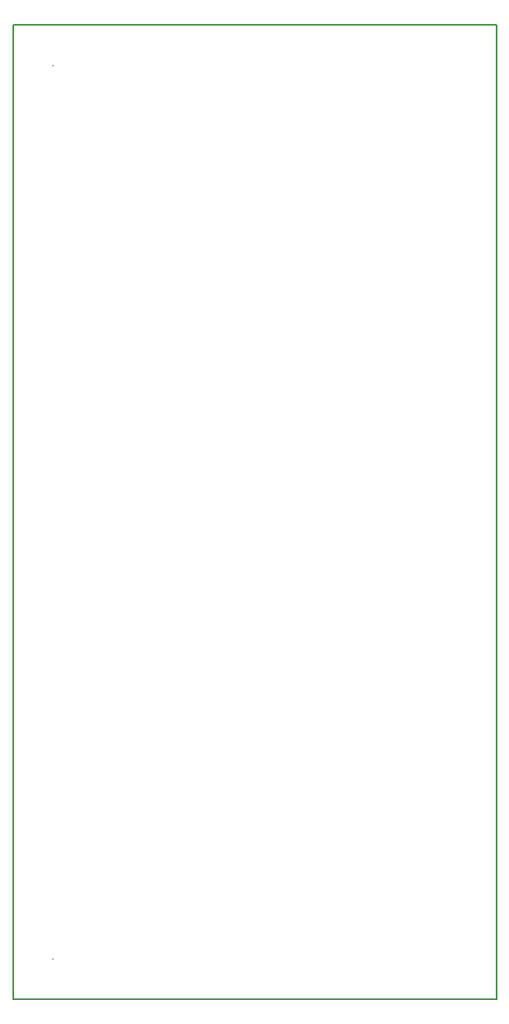
<source format=gbr>
G04 (created by PCBNEW (2013-mar-13)-testing) date vie 02 ago 2013 12:29:19 CEST*
%MOIN*%
G04 Gerber Fmt 3.4, Leading zero omitted, Abs format*
%FSLAX34Y34*%
G01*
G70*
G90*
G04 APERTURE LIST*
%ADD10C,0.005906*%
G04 APERTURE END LIST*
G54D10*
X31125Y-25375D02*
G75*
G03X31125Y-25375I0J0D01*
G74*
G01*
X31124Y-25375D02*
X31125Y-25375D01*
X31125Y-25374D02*
X31125Y-25375D01*
X31125Y-61375D02*
G75*
G03X31125Y-61375I0J0D01*
G74*
G01*
X31124Y-61375D02*
X31125Y-61375D01*
X31125Y-61374D02*
X31125Y-61375D01*
X29500Y-23750D02*
X29500Y-63000D01*
X49000Y-23750D02*
X29500Y-23750D01*
X49000Y-63000D02*
X49000Y-23750D01*
X29500Y-63000D02*
X49000Y-63000D01*
M02*

</source>
